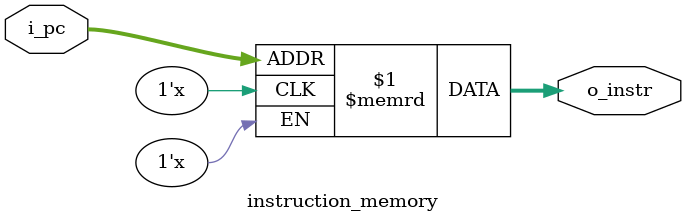
<source format=sv>
/**
    PBL3 - Instruction Memory for RISC-V Single Cycle Processor
    Intruction Memory module

    file name: instruction_memory.sv 

    Objective:
        Implement a word-addressable instruction memory for RISC-V processor.
        The memory should initialize with a program and provide synchronous read access.
    
    Specification:
        - 1KB memory (256 words of 32 bits each)
        - Word-addressable (byte addresses converted to word addresses)
        - Asynchronous read (combinational output)
        - Initialized with program code at startup
        - PC input is byte-addressable but converted to word address by dropping last 2 bits

Functional Diagram

                    +---------------------------+
                    |         Module            |
                    |   INSTRUCTION MEMORY      |
                    |                           |
    i_pc[31:0] ---->| Program Counter 32 bits   |                      |
                    |                           |
                    |                           |
                    |       Instruction 32 bits |---> o_instr[31:0]
                    |                           |
                    +---------------------------+
                
**/

module instruction_memory #(
    parameter DATA_WIDTH = 32,                // word size
    parameter ADDR_WIDTH = 8                  // memory size
)(
    input  logic [ADDR_WIDTH-1:0] i_pc,        // Program counter input
    output logic [DATA_WIDTH-1:0] o_instr      // Instruction output
);

    // 1KB instruction memory (1024 bytes, 256 words)
    logic [DATA_WIDTH-1:0] l_rom [0:(2**ADDR_WIDTH)-1];
    
    // Read instruction
    assign o_instr = l_rom[i_pc];

endmodule

/*
Help
https://projectf.io/posts/initialize-memory-in-verilog/
*/
</source>
